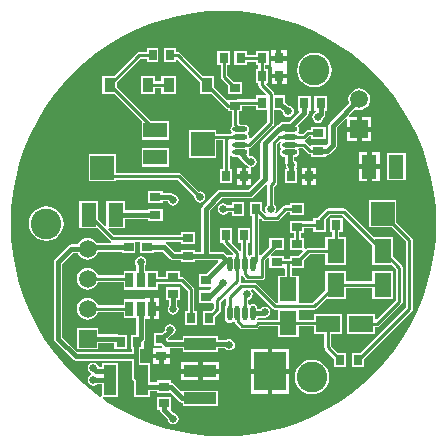
<source format=gtl>
%FSLAX25Y25*%
%MOIN*%
G70*
G01*
G75*
G04 Layer_Physical_Order=1*
G04 Layer_Color=255*
%ADD10R,0.05118X0.07874*%
%ADD11R,0.07874X0.07874*%
%ADD12R,0.07874X0.05118*%
%ADD13R,0.07874X0.07874*%
%ADD14R,0.02756X0.03543*%
%ADD15R,0.03583X0.04803*%
%ADD16R,0.03150X0.03543*%
%ADD17R,0.03543X0.02756*%
%ADD18O,0.05118X0.01772*%
%ADD19O,0.01772X0.05118*%
%ADD20R,0.05709X0.08071*%
%ADD21R,0.08071X0.05709*%
%ADD22R,0.03347X0.02756*%
%ADD23R,0.02756X0.05118*%
%ADD24R,0.03543X0.03150*%
%ADD25R,0.04331X0.10236*%
%ADD26R,0.10630X0.03937*%
%ADD27R,0.10630X0.12992*%
%ADD28C,0.01600*%
%ADD29C,0.01000*%
%ADD30R,0.05906X0.05906*%
%ADD31C,0.05906*%
%ADD32C,0.02500*%
%ADD33C,0.10236*%
G36*
X5059Y70731D02*
X10092Y70189D01*
X15073Y69291D01*
X19978Y68039D01*
X24781Y66440D01*
X29458Y64503D01*
X33984Y62237D01*
X38337Y59654D01*
X42496Y56767D01*
X46437Y53591D01*
X50142Y50142D01*
X53591Y46437D01*
X56767Y42496D01*
X59654Y38337D01*
X62237Y33984D01*
X64503Y29458D01*
X66440Y24781D01*
X68039Y19978D01*
X69291Y15073D01*
X70189Y10092D01*
X70731Y5059D01*
X70911Y0D01*
X70731Y-5059D01*
X70189Y-10092D01*
X69291Y-15073D01*
X68039Y-19978D01*
X66440Y-24781D01*
X64503Y-29458D01*
X62237Y-33984D01*
X59654Y-38337D01*
X56767Y-42496D01*
X53591Y-46437D01*
X50142Y-50142D01*
X46437Y-53591D01*
X42496Y-56767D01*
X38337Y-59654D01*
X33984Y-62237D01*
X29458Y-64503D01*
X24781Y-66440D01*
X19978Y-68039D01*
X15073Y-69291D01*
X10092Y-70189D01*
X5059Y-70731D01*
X0Y-70911D01*
X-5059Y-70731D01*
X-10092Y-70189D01*
X-15073Y-69291D01*
X-19978Y-68039D01*
X-24781Y-66440D01*
X-29458Y-64503D01*
X-33984Y-62237D01*
X-38337Y-59654D01*
X-40201Y-58361D01*
X-40052Y-57884D01*
X-35030D01*
Y-46447D01*
X-40561D01*
Y-47785D01*
X-41509D01*
X-41564Y-47506D01*
X-41973Y-46895D01*
X-42585Y-46486D01*
X-43307Y-46342D01*
X-44029Y-46486D01*
X-44641Y-46895D01*
X-45050Y-47506D01*
X-45193Y-48228D01*
X-45050Y-48950D01*
X-44641Y-49562D01*
X-44065Y-49947D01*
Y-50447D01*
X-44641Y-50832D01*
X-45050Y-51443D01*
X-45193Y-52165D01*
X-45050Y-52887D01*
X-44641Y-53499D01*
X-44029Y-53908D01*
X-43307Y-54052D01*
X-42585Y-53908D01*
X-42114Y-53593D01*
X-40561D01*
Y-57572D01*
X-41004Y-57803D01*
X-42496Y-56767D01*
X-46437Y-53591D01*
X-50142Y-50142D01*
X-53591Y-46437D01*
X-56767Y-42496D01*
X-59654Y-38337D01*
X-62237Y-33984D01*
X-64503Y-29458D01*
X-66440Y-24781D01*
X-68039Y-19978D01*
X-69291Y-15073D01*
X-70189Y-10092D01*
X-70731Y-5059D01*
X-70911Y0D01*
X-70731Y5059D01*
X-70189Y10092D01*
X-69291Y15073D01*
X-68039Y19978D01*
X-66440Y24781D01*
X-64503Y29458D01*
X-62237Y33984D01*
X-59654Y38337D01*
X-56767Y42496D01*
X-53591Y46437D01*
X-50142Y50142D01*
X-46437Y53591D01*
X-42496Y56767D01*
X-38337Y59654D01*
X-33984Y62237D01*
X-29458Y64503D01*
X-24781Y66440D01*
X-19978Y68039D01*
X-15073Y69291D01*
X-10092Y70189D01*
X-5059Y70731D01*
X0Y70911D01*
X5059Y70731D01*
D02*
G37*
%LPC*%
G36*
X-14361Y-21250D02*
X-19104D01*
Y-25600D01*
X-18160D01*
Y-27350D01*
X-18475Y-27821D01*
X-18619Y-28543D01*
X-18475Y-29265D01*
X-18066Y-29877D01*
X-17454Y-30286D01*
X-16732Y-30430D01*
X-16011Y-30286D01*
X-15398Y-29877D01*
X-14990Y-29265D01*
X-14846Y-28543D01*
X-14990Y-27821D01*
X-15305Y-27350D01*
Y-25600D01*
X-14361D01*
Y-21250D01*
D02*
G37*
G36*
X-21441Y-24787D02*
X-23019D01*
Y-27547D01*
X-21441D01*
Y-24787D01*
D02*
G37*
G36*
X-27559Y-10909D02*
X-28281Y-11053D01*
X-28893Y-11462D01*
X-29302Y-12073D01*
X-29445Y-12795D01*
X-29302Y-13517D01*
X-28986Y-13989D01*
Y-15739D01*
X-33277D01*
Y-17264D01*
X-41895D01*
X-42172Y-16594D01*
X-42742Y-15852D01*
X-43484Y-15282D01*
X-44348Y-14924D01*
X-45276Y-14802D01*
X-46203Y-14924D01*
X-47067Y-15282D01*
X-47809Y-15852D01*
X-48379Y-16594D01*
X-48737Y-17458D01*
X-48859Y-18386D01*
X-48737Y-19313D01*
X-48379Y-20177D01*
X-47809Y-20920D01*
X-47067Y-21489D01*
X-46203Y-21847D01*
X-45276Y-21969D01*
X-44348Y-21847D01*
X-43484Y-21489D01*
X-42742Y-20920D01*
X-42172Y-20177D01*
X-41895Y-19507D01*
X-33277D01*
Y-22057D01*
X-21841D01*
Y-20019D01*
X-19104D01*
Y-20088D01*
X-14361D01*
Y-20088D01*
X-14175Y-20088D01*
X-11948Y-22315D01*
Y-29124D01*
X-12805D01*
Y-33868D01*
X-8849D01*
Y-29124D01*
X-9705D01*
Y-21850D01*
X-9705Y-21850D01*
X-9791Y-21421D01*
X-10034Y-21057D01*
X-10034Y-21057D01*
X-12987Y-18105D01*
X-13350Y-17862D01*
X-13780Y-17776D01*
X-13780Y-17776D01*
X-14361D01*
Y-15739D01*
X-19104D01*
Y-17776D01*
X-21841D01*
Y-15739D01*
X-26132D01*
Y-13989D01*
X-25816Y-13517D01*
X-25673Y-12795D01*
X-25816Y-12073D01*
X-26225Y-11462D01*
X-26837Y-11053D01*
X-27559Y-10909D01*
D02*
G37*
G36*
X-17717Y-33547D02*
X-18438Y-33690D01*
X-19050Y-34099D01*
X-19459Y-34711D01*
X-19603Y-35433D01*
X-19592Y-35487D01*
X-20513Y-36408D01*
X-23041D01*
Y-40758D01*
X-20538D01*
X-20391Y-40978D01*
X-20432Y-41386D01*
X-20632Y-41520D01*
X-23441D01*
Y-43295D01*
X-17898D01*
Y-41585D01*
X-13592D01*
Y-42726D01*
X-1762D01*
Y-41585D01*
X566D01*
X635Y-41688D01*
X1247Y-42097D01*
X1969Y-42241D01*
X2690Y-42097D01*
X3302Y-41688D01*
X3711Y-41076D01*
X3855Y-40354D01*
X3711Y-39632D01*
X3302Y-39021D01*
X2690Y-38612D01*
X1969Y-38468D01*
X1247Y-38612D01*
X1070Y-38730D01*
X-1762D01*
Y-37589D01*
X-13592D01*
Y-38730D01*
X-18298D01*
Y-38230D01*
X-17305Y-37238D01*
X-16995Y-37176D01*
X-16383Y-36767D01*
X-15974Y-36155D01*
X-15830Y-35433D01*
X-15974Y-34711D01*
X-16383Y-34099D01*
X-16995Y-33690D01*
X-17717Y-33547D01*
D02*
G37*
G36*
X-41723Y-34833D02*
X-48828D01*
Y-41939D01*
X-41723D01*
Y-39813D01*
X-36427D01*
Y-41742D01*
X-32077D01*
Y-36998D01*
X-35035D01*
X-35236Y-36958D01*
X-35236Y-36958D01*
X-41723D01*
Y-34833D01*
D02*
G37*
G36*
X-21441Y-29147D02*
X-23019D01*
Y-31905D01*
X-21441D01*
Y-29147D01*
D02*
G37*
G36*
X6090Y14948D02*
X4512D01*
Y12976D01*
X6090D01*
Y14948D01*
D02*
G37*
G36*
X9268D02*
X7690D01*
Y12976D01*
X9268D01*
Y14948D01*
D02*
G37*
G36*
X27743D02*
X26165D01*
Y12976D01*
X27743D01*
Y14948D01*
D02*
G37*
G36*
X-59055Y5768D02*
X-60548Y5571D01*
X-61939Y4995D01*
X-63133Y4078D01*
X-64050Y2884D01*
X-64626Y1493D01*
X-64823Y0D01*
X-64626Y-1493D01*
X-64050Y-2884D01*
X-63133Y-4078D01*
X-61939Y-4995D01*
X-60548Y-5571D01*
X-59055Y-5768D01*
X-57562Y-5571D01*
X-56171Y-4995D01*
X-54977Y-4078D01*
X-54060Y-2884D01*
X-53484Y-1493D01*
X-53288Y0D01*
X-53484Y1493D01*
X-54060Y2884D01*
X-54977Y4078D01*
X-56171Y4995D01*
X-57562Y5571D01*
X-59055Y5768D01*
D02*
G37*
G36*
X-20266Y10836D02*
X-25009D01*
Y6880D01*
X-20266D01*
Y7431D01*
X-18530D01*
X-18475Y7152D01*
X-18066Y6540D01*
X-17454Y6131D01*
X-16732Y5988D01*
X-16011Y6131D01*
X-15398Y6540D01*
X-14990Y7152D01*
X-14846Y7874D01*
X-14990Y8596D01*
X-15398Y9208D01*
X-16011Y9617D01*
X-16567Y9727D01*
X-16707Y9868D01*
X-17170Y10177D01*
X-17717Y10286D01*
X-17717Y10286D01*
X-20266D01*
Y10836D01*
D02*
G37*
G36*
X-35817Y23238D02*
X-44891D01*
Y14164D01*
X-35817D01*
Y14627D01*
X-15228D01*
X-9710Y9109D01*
X-9760Y8858D01*
X-9617Y8136D01*
X-9208Y7525D01*
X-8596Y7116D01*
X-7874Y6972D01*
X-7152Y7116D01*
X-6540Y7525D01*
X-6131Y8136D01*
X-5988Y8858D01*
X-6131Y9580D01*
X-6540Y10192D01*
X-7152Y10601D01*
X-7874Y10745D01*
X-8124Y10695D01*
X-13971Y16541D01*
X-14335Y16784D01*
X-14764Y16870D01*
X-14764Y16870D01*
X-35817D01*
Y23238D01*
D02*
G37*
G36*
X-17898Y-44894D02*
X-19869D01*
Y-46669D01*
X-17898D01*
Y-44894D01*
D02*
G37*
G36*
X21866Y-50013D02*
X16351D01*
Y-56709D01*
X21866D01*
Y-50013D01*
D02*
G37*
G36*
X-8477D02*
X-13992D01*
Y-52181D01*
X-8477D01*
Y-50013D01*
D02*
G37*
G36*
X-1362D02*
X-6877D01*
Y-52181D01*
X-1362D01*
Y-50013D01*
D02*
G37*
G36*
X-17313Y-57668D02*
X-22057D01*
Y-62017D01*
X-21111D01*
X-21004Y-62554D01*
X-20694Y-63017D01*
X-18586Y-65126D01*
X-18475Y-65683D01*
X-18066Y-66294D01*
X-17454Y-66703D01*
X-16732Y-66847D01*
X-16011Y-66703D01*
X-15398Y-66294D01*
X-14990Y-65683D01*
X-14846Y-64961D01*
X-14990Y-64239D01*
X-15398Y-63627D01*
X-16011Y-63218D01*
X-16567Y-63107D01*
X-17414Y-62260D01*
X-17313Y-62017D01*
X-17313D01*
X-17313Y-62017D01*
Y-57668D01*
D02*
G37*
G36*
X29528Y-45376D02*
X28035Y-45572D01*
X26644Y-46148D01*
X25449Y-47065D01*
X24533Y-48259D01*
X23957Y-49650D01*
X23760Y-51143D01*
X23957Y-52636D01*
X24533Y-54027D01*
X25449Y-55221D01*
X26644Y-56138D01*
X28035Y-56714D01*
X29528Y-56911D01*
X31020Y-56714D01*
X32411Y-56138D01*
X33606Y-55221D01*
X34522Y-54027D01*
X35098Y-52636D01*
X35295Y-51143D01*
X35098Y-49650D01*
X34522Y-48259D01*
X33606Y-47065D01*
X32411Y-46148D01*
X31020Y-45572D01*
X29528Y-45376D01*
D02*
G37*
G36*
X14751Y-50013D02*
X9236D01*
Y-56709D01*
X14751D01*
Y-50013D01*
D02*
G37*
G36*
X21866Y-41717D02*
X16351D01*
Y-48413D01*
X21866D01*
Y-41717D01*
D02*
G37*
G36*
X57687Y7792D02*
X48613D01*
Y-1282D01*
X56100D01*
X60886Y-6068D01*
Y-27850D01*
X45652Y-43085D01*
X42888D01*
Y-47828D01*
X46844D01*
Y-45065D01*
X62801Y-29108D01*
X62801Y-29108D01*
X63044Y-28744D01*
X63129Y-28315D01*
Y-5604D01*
X63129Y-5604D01*
X63044Y-5174D01*
X62801Y-4811D01*
X62801Y-4811D01*
X57687Y304D01*
Y7792D01*
D02*
G37*
G36*
X-21469Y-44894D02*
X-23441D01*
Y-46669D01*
X-21469D01*
Y-44894D01*
D02*
G37*
G36*
X-8477Y-46244D02*
X-13992D01*
Y-48413D01*
X-8477D01*
Y-46244D01*
D02*
G37*
G36*
X-1362D02*
X-6877D01*
Y-48413D01*
X-1362D01*
Y-46244D01*
D02*
G37*
G36*
X14751Y-41717D02*
X9236D01*
Y-48413D01*
X14751D01*
Y-41717D01*
D02*
G37*
G36*
X-15739Y58474D02*
X-19694D01*
Y53731D01*
X-15739D01*
Y54385D01*
X-15277Y54576D01*
X-7765Y47065D01*
Y43258D01*
X-3959D01*
X723Y38577D01*
X723Y38577D01*
X1087Y38334D01*
X1516Y38249D01*
X1565D01*
Y37392D01*
X2815D01*
Y32972D01*
X2815Y32972D01*
X2898Y32556D01*
X2767Y32469D01*
X2439Y31977D01*
X2324Y31398D01*
X2439Y30818D01*
X2717Y30401D01*
X2482Y29960D01*
X1526D01*
X1526Y29960D01*
X1526Y29960D01*
X-2353D01*
Y31112D01*
X-11427D01*
Y22038D01*
X-2353D01*
Y27717D01*
X-137D01*
Y18120D01*
X-994D01*
Y13376D01*
X2962D01*
Y18120D01*
X2106D01*
Y22778D01*
X2584Y22923D01*
X2767Y22649D01*
X3259Y22321D01*
X3839Y22206D01*
X5008D01*
X7357Y19857D01*
X7357Y19857D01*
X7634Y19671D01*
X7742Y19600D01*
X7918Y19335D01*
X8423Y18998D01*
X8278Y18520D01*
X7690D01*
Y16548D01*
X9268D01*
Y18520D01*
X9268D01*
X9252Y18535D01*
Y18783D01*
X9974Y18927D01*
X10586Y19335D01*
X10995Y19948D01*
X11138Y20669D01*
X10995Y21391D01*
X10586Y22003D01*
X9974Y22412D01*
X9252Y22556D01*
X8788Y22463D01*
X8395Y22856D01*
X8585Y23141D01*
X8700Y23720D01*
X8585Y24300D01*
X8437Y24522D01*
X8563Y25158D01*
X8992Y25243D01*
X9356Y25486D01*
X16541Y32671D01*
X16541Y32671D01*
X16784Y33035D01*
X16870Y33465D01*
X16870Y33465D01*
Y37983D01*
X19054D01*
X19800Y37236D01*
X19911Y36680D01*
X20320Y36068D01*
X20932Y35659D01*
X21654Y35515D01*
X22375Y35659D01*
X22987Y36068D01*
X23396Y36680D01*
X23540Y37402D01*
X23396Y38123D01*
X22987Y38735D01*
X22375Y39144D01*
X21819Y39255D01*
X20679Y40395D01*
Y42726D01*
X16870D01*
Y43307D01*
X16784Y43736D01*
X16541Y44100D01*
X16541Y44100D01*
X14262Y46379D01*
X14454Y46841D01*
X14773D01*
Y51584D01*
X13917D01*
Y52746D01*
X15167D01*
Y57490D01*
X10817D01*
Y56240D01*
X7884D01*
Y57490D01*
X3534D01*
Y52746D01*
X7884D01*
Y53997D01*
X10817D01*
Y52746D01*
X11674D01*
Y51584D01*
X10817D01*
Y46841D01*
X11674D01*
Y46260D01*
X11674Y46260D01*
X11759Y45831D01*
X12002Y45467D01*
X14281Y43188D01*
X14090Y42726D01*
X10817D01*
Y41476D01*
X4921D01*
X4921Y41476D01*
X4492Y41390D01*
X4428Y41348D01*
X1565D01*
X1565Y41348D01*
Y41348D01*
X1253Y41219D01*
X-2983Y45455D01*
Y49261D01*
X-6790D01*
X-14424Y56895D01*
X-14787Y57139D01*
X-15216Y57224D01*
X-15217Y57224D01*
X-15739D01*
Y58474D01*
D02*
G37*
G36*
X2372Y57490D02*
X-1978D01*
Y52746D01*
X-925D01*
Y49016D01*
X-925Y49016D01*
X-839Y48587D01*
X-596Y48223D01*
X1565Y46061D01*
Y43298D01*
X6309D01*
Y47254D01*
X3545D01*
X1318Y49480D01*
Y52746D01*
X2372D01*
Y57490D01*
D02*
G37*
G36*
X30315Y56949D02*
X28822Y56752D01*
X27431Y56176D01*
X26237Y55259D01*
X25320Y54065D01*
X24744Y52674D01*
X24547Y51181D01*
X24744Y49688D01*
X25320Y48297D01*
X26237Y47103D01*
X27431Y46186D01*
X28822Y45610D01*
X30315Y45414D01*
X31808Y45610D01*
X33199Y46186D01*
X34393Y47103D01*
X35310Y48297D01*
X35886Y49688D01*
X36082Y51181D01*
X35886Y52674D01*
X35310Y54065D01*
X34393Y55259D01*
X33199Y56176D01*
X31808Y56752D01*
X30315Y56949D01*
D02*
G37*
G36*
X34655Y42424D02*
X30305D01*
Y37681D01*
X30763D01*
X30812Y37183D01*
X30774Y37176D01*
X30162Y36767D01*
X29753Y36155D01*
X29610Y35433D01*
X29753Y34711D01*
X30162Y34099D01*
X30774Y33690D01*
X31496Y33547D01*
X32218Y33690D01*
X32830Y34099D01*
X33239Y34711D01*
X33349Y35268D01*
X33490Y35408D01*
X33799Y35871D01*
X33908Y36417D01*
X33908Y36417D01*
Y37681D01*
X34655D01*
Y42424D01*
D02*
G37*
G36*
X49228Y30696D02*
X46076D01*
Y27543D01*
X49228D01*
Y30696D01*
D02*
G37*
G36*
X45276Y45079D02*
X44348Y44957D01*
X43484Y44599D01*
X42742Y44030D01*
X42172Y43288D01*
X41814Y42423D01*
X41692Y41496D01*
X41814Y40569D01*
X41965Y40204D01*
X35408Y33647D01*
X35099Y33184D01*
X34990Y32638D01*
X34990Y32638D01*
Y26884D01*
X34294Y26188D01*
X34064Y26283D01*
Y26283D01*
X34064Y26282D01*
X29321D01*
Y26068D01*
X28859Y25876D01*
X27663Y27073D01*
X27309Y27309D01*
Y27809D01*
X27663Y28045D01*
X28706Y29089D01*
X29321D01*
Y28232D01*
X34064D01*
Y32188D01*
X29321D01*
Y31332D01*
X28242D01*
X28242Y31332D01*
X27812Y31246D01*
X27448Y31003D01*
X26406Y29960D01*
X25077D01*
X24842Y30401D01*
X25120Y30818D01*
X25235Y31398D01*
X25120Y31977D01*
X24792Y32469D01*
X24779Y32602D01*
X27978Y35802D01*
X27978Y35802D01*
X28287Y36265D01*
X28396Y36811D01*
Y37681D01*
X29143D01*
Y42424D01*
X24794D01*
Y37681D01*
X25166D01*
X25358Y37219D01*
X22047Y33908D01*
X19882D01*
X19882Y33908D01*
X19336Y33799D01*
X18872Y33490D01*
X18872Y33490D01*
X18158Y32775D01*
X17862Y32716D01*
X17399Y32407D01*
X17399Y32407D01*
X12770Y27778D01*
X12461Y27315D01*
X12352Y26768D01*
X12352Y26768D01*
Y15355D01*
X8267Y11270D01*
X-984D01*
X-984Y11270D01*
X-1531Y11161D01*
X-1994Y10852D01*
X-1994Y10852D01*
X-6915Y5931D01*
X-7224Y5468D01*
X-7333Y4921D01*
X-7333Y4921D01*
Y-9399D01*
X-9439D01*
Y-8849D01*
X-14183D01*
Y-9399D01*
X-16141D01*
X-18676Y-6865D01*
X-19139Y-6555D01*
X-19214Y-6540D01*
X-19164Y-6043D01*
X-14183D01*
Y-6899D01*
X-9439D01*
Y-2943D01*
X-14183D01*
Y-3800D01*
X-36543D01*
X-38297Y-2046D01*
X-38105Y-1584D01*
X-32668D01*
Y1525D01*
X-25009D01*
Y975D01*
X-20266D01*
Y4931D01*
X-25009D01*
Y4380D01*
X-32668D01*
Y7490D01*
X-38986D01*
Y-704D01*
X-39448Y-895D01*
X-41723Y1380D01*
Y7490D01*
X-48041D01*
Y-1584D01*
X-41931D01*
X-37801Y-5714D01*
X-37801Y-5714D01*
X-37437Y-5957D01*
X-37534Y-6447D01*
X-42285D01*
X-42742Y-5852D01*
X-43484Y-5283D01*
X-44348Y-4924D01*
X-45276Y-4802D01*
X-46203Y-4924D01*
X-47067Y-5283D01*
X-47809Y-5852D01*
X-48379Y-6594D01*
X-48530Y-6958D01*
X-50709D01*
X-51255Y-7067D01*
X-51440Y-7191D01*
X-51718Y-7377D01*
X-51718Y-7377D01*
X-56128Y-11786D01*
X-56437Y-12249D01*
X-56546Y-12795D01*
X-56546Y-12795D01*
Y-38386D01*
X-56546Y-38386D01*
X-56437Y-38932D01*
X-56128Y-39395D01*
X-50250Y-45272D01*
X-50250Y-45272D01*
X-49787Y-45582D01*
X-49241Y-45690D01*
X-49241Y-45690D01*
X-36967D01*
X-36825Y-45719D01*
X-30562D01*
Y-51181D01*
X-30562Y-51181D01*
X-30453Y-51727D01*
X-30143Y-52190D01*
X-29931Y-52403D01*
Y-57884D01*
X-24400D01*
Y-55758D01*
X-22057D01*
Y-56506D01*
X-17462D01*
X-14691Y-59277D01*
X-14691Y-59277D01*
X-14413Y-59462D01*
X-14227Y-59587D01*
X-13681Y-59695D01*
X-13592D01*
Y-60836D01*
X-1762D01*
Y-55699D01*
X-13592D01*
X-13592Y-55699D01*
Y-55699D01*
X-14044Y-55886D01*
X-16609Y-53321D01*
X-17072Y-53012D01*
X-17313Y-52964D01*
Y-52156D01*
X-22057D01*
Y-52903D01*
X-24400D01*
Y-46447D01*
X-27707D01*
Y-44291D01*
Y-41742D01*
X-26565D01*
Y-39214D01*
X-26550Y-39198D01*
X-26550Y-39198D01*
X-26240Y-38735D01*
X-26132Y-38189D01*
X-26132Y-38189D01*
Y-31905D01*
X-24619D01*
Y-28346D01*
Y-24787D01*
X-26197D01*
Y-25187D01*
X-33277D01*
Y-27264D01*
X-41895D01*
X-42172Y-26594D01*
X-42742Y-25852D01*
X-43484Y-25282D01*
X-44348Y-24925D01*
X-45276Y-24802D01*
X-46203Y-24925D01*
X-47067Y-25282D01*
X-47809Y-25852D01*
X-48379Y-26594D01*
X-48737Y-27458D01*
X-48859Y-28386D01*
X-48737Y-29313D01*
X-48379Y-30178D01*
X-47809Y-30920D01*
X-47067Y-31489D01*
X-46203Y-31847D01*
X-45276Y-31969D01*
X-44348Y-31847D01*
X-43484Y-31489D01*
X-42742Y-30920D01*
X-42172Y-30178D01*
X-41895Y-29507D01*
X-33277D01*
Y-31506D01*
X-28986D01*
Y-36998D01*
X-30915D01*
Y-41742D01*
X-30562D01*
Y-42864D01*
X-36711D01*
X-36853Y-42836D01*
X-36853Y-42836D01*
X-48650D01*
X-53691Y-37795D01*
Y-13386D01*
X-50117Y-9813D01*
X-48530D01*
X-48379Y-10177D01*
X-47809Y-10920D01*
X-47067Y-11489D01*
X-46203Y-11847D01*
X-45276Y-11969D01*
X-44348Y-11847D01*
X-43484Y-11489D01*
X-42742Y-10920D01*
X-42172Y-10177D01*
X-41814Y-9313D01*
X-41813Y-9301D01*
X-33868D01*
Y-9852D01*
X-29321D01*
Y-6043D01*
X-27765D01*
Y-9852D01*
X-23219D01*
Y-9301D01*
X-20276D01*
X-17742Y-11836D01*
X-17742Y-11836D01*
X-17278Y-12145D01*
X-16732Y-12254D01*
X-14183D01*
Y-12805D01*
X-9439D01*
Y-12254D01*
X-1934D01*
X-1743Y-12716D01*
X-5749Y-16723D01*
X-8277D01*
Y-21072D01*
X-4256D01*
X-4065Y-21534D01*
X-4765Y-22235D01*
X-8277D01*
Y-26584D01*
X-3534D01*
Y-26584D01*
X-3444D01*
X-3090Y-26938D01*
Y-28079D01*
X-4136Y-29124D01*
X-6899D01*
Y-33868D01*
X-2943D01*
Y-31104D01*
X-1175Y-29336D01*
X-1175Y-29336D01*
X-932Y-28973D01*
X-847Y-28543D01*
X-847Y-28543D01*
Y-26055D01*
X483Y-24725D01*
X945Y-24916D01*
Y-27252D01*
X667Y-27668D01*
X552Y-28248D01*
Y-31594D01*
X667Y-32174D01*
X996Y-32666D01*
X1487Y-32994D01*
X2067Y-33109D01*
X2647Y-32994D01*
X3138Y-32666D01*
X3555D01*
X3716Y-32773D01*
X3763Y-33012D01*
X4006Y-33376D01*
X5404Y-34773D01*
X5768Y-35017D01*
X6197Y-35102D01*
X6197Y-35102D01*
X10732D01*
X10732Y-35102D01*
X11162Y-35017D01*
X11525Y-34773D01*
X12008Y-34291D01*
X18199D01*
Y-37805D01*
X25108D01*
Y-34291D01*
X30109D01*
Y-36919D01*
X33623D01*
Y-41240D01*
X33623Y-41240D01*
X33708Y-41669D01*
X33951Y-42033D01*
X36983Y-45065D01*
Y-47828D01*
X40939D01*
Y-43085D01*
X38175D01*
X35866Y-40776D01*
Y-36919D01*
X39380D01*
Y-30010D01*
X30109D01*
Y-32048D01*
X25108D01*
Y-28681D01*
X30217D01*
X30217Y-28681D01*
X30646Y-28595D01*
X31010Y-28352D01*
X34352Y-25010D01*
X40856D01*
Y-21496D01*
X49695D01*
Y-25009D01*
X56604D01*
Y-15739D01*
X49695D01*
Y-19252D01*
X40856D01*
Y-15739D01*
X33947D01*
Y-22242D01*
X29752Y-26438D01*
X25108D01*
Y-17313D01*
X22775D01*
Y-14773D01*
X26978D01*
Y-12010D01*
X28713Y-10275D01*
X33947D01*
Y-13789D01*
X40856D01*
Y-4518D01*
X38523D01*
Y-2775D01*
X39783D01*
Y1969D01*
X35433D01*
Y-2775D01*
X36280D01*
Y-4518D01*
X33947D01*
Y-8032D01*
X28248D01*
X27819Y-8117D01*
X27455Y-8360D01*
X26978Y-8042D01*
Y-4912D01*
X25728D01*
Y-2962D01*
X26978D01*
Y-1525D01*
X29921D01*
Y-2775D01*
X34271D01*
Y1671D01*
X35415Y2816D01*
X39595D01*
X49695Y-7285D01*
Y-13789D01*
X56199D01*
X57520Y-15110D01*
Y-25539D01*
X51062Y-31998D01*
X50600Y-31806D01*
Y-30010D01*
X41329D01*
Y-36919D01*
X50600D01*
Y-34586D01*
X51181D01*
X51181Y-34586D01*
X51610Y-34501D01*
X51974Y-34258D01*
X59435Y-26797D01*
X59435Y-26797D01*
X59678Y-26433D01*
X59763Y-26004D01*
X59763Y-26004D01*
Y-14646D01*
X59678Y-14217D01*
X59435Y-13853D01*
X59435Y-13853D01*
X56604Y-11022D01*
Y-4518D01*
X50100D01*
X40852Y4730D01*
X40488Y4973D01*
X40059Y5059D01*
X40059Y5059D01*
X34950D01*
X34950Y5059D01*
X34521Y4973D01*
X34157Y4730D01*
X31396Y1969D01*
X29921D01*
Y718D01*
X26978D01*
Y994D01*
X22235D01*
Y-2962D01*
X23485D01*
Y-4912D01*
X22235D01*
Y-8868D01*
X26294D01*
X26486Y-9330D01*
X24998Y-10817D01*
X22235D01*
Y-11674D01*
X20088D01*
Y-10817D01*
X16028D01*
X15837Y-10355D01*
X17325Y-8868D01*
X20088D01*
Y-4912D01*
X15345D01*
Y-7675D01*
X12379Y-10641D01*
X11917Y-10450D01*
Y1592D01*
X12379Y1783D01*
X12987Y1175D01*
X12987Y1175D01*
X13350Y932D01*
X13780Y847D01*
X13780Y847D01*
X17717D01*
X17717Y847D01*
X18146Y932D01*
X18510Y1175D01*
X21134Y3800D01*
X22235D01*
Y2943D01*
X26978D01*
Y6899D01*
X22235D01*
Y6043D01*
X20669D01*
X20240Y5957D01*
X19876Y5714D01*
X19876Y5714D01*
X17541Y3379D01*
X17154Y3696D01*
X17491Y4199D01*
X17634Y4921D01*
X17491Y5643D01*
X17082Y6255D01*
X16870Y6397D01*
Y12331D01*
X17525Y12987D01*
X17768Y13350D01*
X17854Y13780D01*
X17854Y13780D01*
Y26570D01*
X18844Y27560D01*
X19231Y27243D01*
X18974Y26859D01*
X18859Y26280D01*
X18974Y25700D01*
X19303Y25208D01*
Y24792D01*
X18974Y24300D01*
X18859Y23720D01*
X18974Y23141D01*
X19303Y22649D01*
X19794Y22321D01*
X20374Y22206D01*
X20620D01*
Y20276D01*
X20620Y20276D01*
X20729Y19729D01*
X20753Y19692D01*
X20752Y19685D01*
X20895Y18963D01*
X21164Y18561D01*
X20928Y18120D01*
X20660D01*
Y13376D01*
X24616D01*
Y18120D01*
X24347D01*
X24112Y18561D01*
X24381Y18963D01*
X24524Y19685D01*
X24381Y20407D01*
X23972Y21019D01*
X23475Y21351D01*
Y22206D01*
X23720D01*
X24300Y22321D01*
X24792Y22649D01*
X25120Y23141D01*
X25235Y23720D01*
X25120Y24300D01*
X24842Y24717D01*
X25077Y25158D01*
X26406D01*
X28052Y23512D01*
X28052Y23511D01*
X28416Y23268D01*
X28845Y23183D01*
X28845Y23183D01*
X29321D01*
Y22327D01*
X34064D01*
Y22524D01*
X34418Y22877D01*
X34429D01*
X34429Y22877D01*
Y22877D01*
X34976Y22986D01*
X35439Y23295D01*
X37427Y25283D01*
X37427Y25283D01*
X37736Y25746D01*
X37845Y26292D01*
X37845Y26292D01*
Y32046D01*
X40861Y35063D01*
X41323Y34871D01*
Y32296D01*
X44476D01*
Y35449D01*
X41900D01*
X41709Y35911D01*
X43984Y38186D01*
X44348Y38035D01*
X45276Y37913D01*
X46203Y38035D01*
X47067Y38393D01*
X47809Y38962D01*
X48379Y39704D01*
X48737Y40569D01*
X48859Y41496D01*
X48737Y42423D01*
X48379Y43288D01*
X47809Y44030D01*
X47067Y44599D01*
X46203Y44957D01*
X45276Y45079D01*
D02*
G37*
G36*
X49228Y35449D02*
X46076D01*
Y32296D01*
X49228D01*
Y35449D01*
D02*
G37*
G36*
X17704Y57890D02*
X15929D01*
Y55918D01*
X17704D01*
Y57890D01*
D02*
G37*
G36*
X21079D02*
X19304D01*
Y55918D01*
X21079D01*
Y57890D01*
D02*
G37*
G36*
X-21644Y58474D02*
X-25600D01*
Y57224D01*
X-28091D01*
X-28091Y57224D01*
X-28520Y57139D01*
X-28884Y56895D01*
X-28884Y56895D01*
X-36518Y49261D01*
X-40324D01*
Y43258D01*
X-36380D01*
X-27175Y34053D01*
Y27943D01*
X-18101D01*
Y34261D01*
X-24211D01*
X-35542Y45592D01*
Y47065D01*
X-27626Y54981D01*
X-25600D01*
Y53731D01*
X-21644D01*
Y58474D01*
D02*
G37*
G36*
X21079Y54318D02*
X15929D01*
Y52346D01*
X16323D01*
Y51984D01*
X16323D01*
Y50013D01*
X21079D01*
Y51984D01*
X21079D01*
X21079Y52346D01*
X21079Y52346D01*
Y52346D01*
Y54318D01*
D02*
G37*
G36*
X17901Y48413D02*
X16323D01*
Y46441D01*
X17901D01*
Y48413D01*
D02*
G37*
G36*
X21079D02*
X19501D01*
Y46441D01*
X21079D01*
Y48413D01*
D02*
G37*
G36*
X-15857Y49261D02*
X-20639D01*
Y47381D01*
X-22668D01*
Y49261D01*
X-27450D01*
Y43258D01*
X-22668D01*
Y45138D01*
X-20639D01*
Y43258D01*
X-15857D01*
Y49261D01*
D02*
G37*
G36*
X44476Y30696D02*
X41323D01*
Y27543D01*
X44476D01*
Y30696D01*
D02*
G37*
G36*
X60836Y23540D02*
X54518D01*
Y14466D01*
X60836D01*
Y23540D01*
D02*
G37*
G36*
X6090Y18520D02*
X4512D01*
Y16548D01*
X6090D01*
Y18520D01*
D02*
G37*
G36*
X27743D02*
X26165D01*
Y16548D01*
X27743D01*
Y18520D01*
D02*
G37*
G36*
X30921Y14948D02*
X29343D01*
Y12976D01*
X30921D01*
Y14948D01*
D02*
G37*
G36*
X47822Y18203D02*
X45063D01*
Y14066D01*
X47822D01*
Y18203D01*
D02*
G37*
G36*
X52181D02*
X49422D01*
Y14066D01*
X52181D01*
Y18203D01*
D02*
G37*
G36*
X30921Y18520D02*
X29343D01*
Y16548D01*
X30921D01*
Y18520D01*
D02*
G37*
G36*
X47822Y23940D02*
X45063D01*
Y19803D01*
X47822D01*
Y23940D01*
D02*
G37*
G36*
X52181D02*
X49422D01*
Y19803D01*
X52181D01*
Y23940D01*
D02*
G37*
G36*
X-18101Y25206D02*
X-27175D01*
Y18888D01*
X-18101D01*
Y25206D01*
D02*
G37*
%LPD*%
G36*
X16439Y-28352D02*
X16439Y-28352D01*
X16803Y-28595D01*
X17232Y-28681D01*
X18199D01*
Y-32048D01*
X11563D01*
X11360Y-31801D01*
X11574Y-31349D01*
X13386D01*
X13386Y-31349D01*
X13419Y-31342D01*
X13780Y-31414D01*
X14501Y-31270D01*
X15113Y-30861D01*
X15522Y-30249D01*
X15666Y-29528D01*
X15522Y-28806D01*
X15113Y-28194D01*
X14501Y-27785D01*
X13780Y-27641D01*
X13058Y-27785D01*
X12446Y-28194D01*
X12245Y-28494D01*
X11259D01*
Y-28248D01*
X11144Y-27668D01*
X10815Y-27177D01*
X10324Y-26848D01*
X9744Y-26733D01*
X9164Y-26848D01*
X8748Y-27127D01*
X8307Y-26891D01*
Y-25422D01*
X8596Y-25365D01*
X9208Y-24956D01*
X9617Y-24344D01*
X9760Y-23622D01*
X9617Y-22900D01*
X9262Y-22369D01*
X9498Y-21928D01*
X10015D01*
X16439Y-28352D01*
D02*
G37*
G36*
X15345Y-11501D02*
Y-14773D01*
X20088D01*
Y-14773D01*
X20178D01*
X20532Y-15127D01*
Y-17313D01*
X18199D01*
Y-26438D01*
X17697D01*
X11273Y-20013D01*
X10909Y-19770D01*
X10480Y-19685D01*
X10480Y-19685D01*
X6051D01*
X5948Y-19616D01*
X5687Y-19298D01*
X5748Y-18996D01*
X5748Y-18996D01*
Y-17521D01*
X6226Y-17375D01*
X6392Y-17624D01*
X7278Y-18510D01*
X7278Y-18510D01*
X7642Y-18753D01*
X8071Y-18838D01*
X8071Y-18838D01*
X12795D01*
X13225Y-18753D01*
X13588Y-18510D01*
X13832Y-18146D01*
X13917Y-17717D01*
Y-12276D01*
X14883Y-11310D01*
X15345Y-11501D01*
D02*
G37*
G36*
X10817Y37983D02*
X14627D01*
Y33929D01*
X9101Y28404D01*
X8660Y28640D01*
X8700Y28839D01*
X8585Y29418D01*
X8256Y29910D01*
Y30326D01*
X8585Y30818D01*
X8700Y31398D01*
X8585Y31977D01*
X8256Y32469D01*
X7765Y32797D01*
X7185Y32913D01*
X5583D01*
X5059Y33437D01*
Y37392D01*
X6309D01*
Y39233D01*
X10817D01*
Y37983D01*
D02*
G37*
G36*
X14656Y12945D02*
X14627Y12795D01*
X14627Y12795D01*
Y6397D01*
X14414Y6255D01*
X14005Y5643D01*
X13862Y4921D01*
X14005Y4199D01*
X14342Y3696D01*
X13955Y3379D01*
X12805Y4529D01*
Y7293D01*
X8849D01*
Y2550D01*
X9674D01*
Y-10212D01*
X9164Y-10313D01*
X8673Y-10641D01*
X8487D01*
X8133Y-10288D01*
Y-6309D01*
X8868D01*
Y-1565D01*
X4912D01*
Y-6309D01*
X5890D01*
Y-8682D01*
X5419Y-8997D01*
X5419Y-8997D01*
X2895Y-6472D01*
X2962Y-6309D01*
X2962D01*
X2962Y-6309D01*
Y-1565D01*
X-994D01*
Y-6309D01*
X-105D01*
X-52Y-6577D01*
X191Y-6941D01*
X3274Y-10024D01*
X3200Y-10518D01*
X3063Y-10592D01*
X2647Y-10313D01*
X2067Y-10198D01*
X1487Y-10313D01*
X1203Y-10503D01*
X517Y-9817D01*
X54Y-9508D01*
X-492Y-9399D01*
X-492Y-9399D01*
X-4478D01*
Y4330D01*
X-393Y8415D01*
X8858D01*
X8858Y8415D01*
X9404Y8524D01*
X9868Y8833D01*
X14215Y13181D01*
X14656Y12945D01*
D02*
G37*
%LPC*%
G36*
X6899Y7293D02*
X2943D01*
Y6043D01*
X1476D01*
X1334Y6255D01*
X722Y6664D01*
X0Y6808D01*
X-722Y6664D01*
X-1334Y6255D01*
X-1743Y5643D01*
X-1886Y4921D01*
X-1743Y4199D01*
X-1334Y3588D01*
X-722Y3179D01*
X0Y3035D01*
X722Y3179D01*
X1334Y3588D01*
X1476Y3800D01*
X2943D01*
Y2550D01*
X6899D01*
Y7293D01*
D02*
G37*
%LPD*%
D10*
X57677Y19003D02*
D03*
X48622D02*
D03*
X-44882Y2953D02*
D03*
X-35827D02*
D03*
D11*
X53150Y3255D02*
D03*
X-40354Y18701D02*
D03*
D12*
X-22638Y31102D02*
D03*
Y22047D02*
D03*
D13*
X-6890Y26575D02*
D03*
D14*
X-23622Y56102D02*
D03*
X-17717D02*
D03*
X12795Y49213D02*
D03*
X18701D02*
D03*
X18701Y40354D02*
D03*
X12795D02*
D03*
X22638Y15748D02*
D03*
X28543D02*
D03*
X984D02*
D03*
X6890D02*
D03*
X10827Y4921D02*
D03*
X4921D02*
D03*
X984Y-3937D02*
D03*
X6890D02*
D03*
X44866Y-45457D02*
D03*
X38961D02*
D03*
X-4921Y-31496D02*
D03*
X-10827D02*
D03*
D15*
X-37933Y46260D02*
D03*
X-25059D02*
D03*
X-5374D02*
D03*
X-18248D02*
D03*
D16*
X32480Y40053D02*
D03*
X26969D02*
D03*
X197Y55118D02*
D03*
X5709D02*
D03*
X12992D02*
D03*
X18504D02*
D03*
X37608Y-403D02*
D03*
X32096D02*
D03*
X-28740Y-39370D02*
D03*
X-34252D02*
D03*
D17*
X3937Y45276D02*
D03*
Y39370D02*
D03*
X31693Y30210D02*
D03*
Y24305D02*
D03*
X24606Y4921D02*
D03*
Y-984D02*
D03*
X17717Y-6890D02*
D03*
Y-12795D02*
D03*
X24606Y-12795D02*
D03*
Y-6890D02*
D03*
X-22638Y2953D02*
D03*
Y8858D02*
D03*
X-11811Y-10827D02*
D03*
Y-4921D02*
D03*
D18*
X5512Y31398D02*
D03*
Y28839D02*
D03*
Y26280D02*
D03*
Y23720D02*
D03*
X22047Y31398D02*
D03*
Y28839D02*
D03*
Y26280D02*
D03*
Y23720D02*
D03*
D19*
X2067Y-29921D02*
D03*
X4626D02*
D03*
X7185D02*
D03*
X9744D02*
D03*
X2067Y-13386D02*
D03*
X4626D02*
D03*
X7185D02*
D03*
X9744D02*
D03*
D20*
X53150Y-9154D02*
D03*
Y-20374D02*
D03*
X37402Y-20374D02*
D03*
Y-9154D02*
D03*
X21654Y-33169D02*
D03*
Y-21949D02*
D03*
D21*
X45965Y-33465D02*
D03*
X34744D02*
D03*
D22*
X-25492Y-7874D02*
D03*
X-31594D02*
D03*
D23*
X-23819Y-18898D02*
D03*
X-27559D02*
D03*
X-31299D02*
D03*
Y-28346D02*
D03*
X-27559D02*
D03*
X-23819D02*
D03*
D24*
X-5906Y-24409D02*
D03*
Y-18898D02*
D03*
X-16732Y-23425D02*
D03*
Y-17913D02*
D03*
X-19685Y-54331D02*
D03*
Y-59842D02*
D03*
X-20669Y-44094D02*
D03*
Y-38583D02*
D03*
D25*
X-27165Y-52165D02*
D03*
X-37795D02*
D03*
D26*
X-7677Y-40157D02*
D03*
Y-49213D02*
D03*
Y-58268D02*
D03*
D27*
X15551Y-49213D02*
D03*
D28*
X9055Y20866D02*
X9252Y20669D01*
X8366Y20866D02*
X9055D01*
X5512Y23720D02*
X8366Y20866D01*
X31496Y35433D02*
X32480Y36417D01*
Y40053D01*
X-37795Y-52165D02*
Y-49803D01*
X-38386Y-49213D02*
X-37795Y-49803D01*
X-42323Y-49213D02*
X-38386D01*
X-43307Y-48228D02*
X-42323Y-49213D01*
X-43307Y-52165D02*
X-38386D01*
X13386Y-29921D02*
X13780Y-29528D01*
X9744Y-29921D02*
X13386D01*
X-27559Y-12795D02*
X-27559Y-12795D01*
Y-18898D02*
Y-12795D01*
X-4921Y-24409D02*
X-197Y-19685D01*
X-5906Y-24409D02*
X-4921D01*
X-16732Y-28543D02*
Y-23425D01*
X-19685Y-62008D02*
X-16732Y-64961D01*
X-19685Y-62008D02*
Y-59842D01*
X1772Y-40157D02*
X1969Y-40354D01*
X-7677Y-40157D02*
X1772D01*
X-20669Y-38583D02*
X-19094Y-40157D01*
X-7677D01*
X-17717Y-35630D02*
Y-35433D01*
X-20669Y-38583D02*
X-17717Y-35630D01*
X-45276Y-38386D02*
X-35236D01*
X-34252Y-39370D01*
X-17717Y8858D02*
X-16732Y7874D01*
X-22638Y8858D02*
X-17717D01*
X-35827Y2953D02*
X-22638D01*
X22638Y19685D02*
X22638Y19685D01*
X22638Y15748D02*
Y19685D01*
X22047Y20276D02*
Y23720D01*
Y20276D02*
X22638Y19685D01*
X21654Y37402D02*
Y37402D01*
X18701Y40354D02*
X21654Y37402D01*
X31693Y24305D02*
X34429D01*
X36417Y26292D01*
Y32638D01*
X45276Y41496D01*
X18409Y31398D02*
X18799D01*
X13780Y26768D02*
X18409Y31398D01*
X13780Y14764D02*
Y26768D01*
X22638Y32480D02*
X26969Y36811D01*
Y40053D01*
X19882Y32480D02*
X22638D01*
X8858Y9843D02*
X13780Y14764D01*
X-16732Y-10827D02*
X-5906D01*
Y4921D01*
X-984Y9843D01*
X-19685Y-7874D02*
X-16732Y-10827D01*
X-25492Y-7874D02*
X-19685D01*
X18799Y31398D02*
X19882Y32480D01*
X-984Y9843D02*
X8858D01*
X-45276Y-8386D02*
X-44764Y-7874D01*
X-31594D01*
X-25492D02*
Y-7776D01*
X-492Y-10827D02*
X787Y-12106D01*
Y-12205D02*
Y-12106D01*
X-5906Y-18898D02*
X787Y-12205D01*
X-5906Y-10827D02*
X-492D01*
X-19685Y-54331D02*
X-17618D01*
X-13681Y-58268D01*
X-7677D01*
X-29134Y-44291D02*
Y-39764D01*
Y-51181D02*
Y-44291D01*
X-36825D02*
X-29134D01*
X-36853Y-44263D02*
X-36825Y-44291D01*
X-49241Y-44263D02*
X-36853D01*
X-55118Y-38386D02*
X-49241Y-44263D01*
X-55118Y-38386D02*
Y-12795D01*
X-50709Y-8386D01*
X-45276D01*
X-29134Y-51181D02*
X-25984Y-54331D01*
X-19685D01*
X-29134Y-39764D02*
X-28740Y-39370D01*
X-27559Y-38189D02*
Y-28346D01*
X-28740Y-39370D02*
X-27559Y-38189D01*
D29*
X22047Y26280D02*
X26870D01*
X28845Y24305D01*
X31693D01*
X22047Y28839D02*
X26870D01*
X28242Y30210D01*
X31693D01*
X-37933Y46260D02*
X-37795D01*
X-22638Y31102D01*
X-25059Y46260D02*
X-18248D01*
X-37933D02*
X-28091Y56102D01*
X-23622D01*
X1516Y39370D02*
X3937D01*
X-5374Y46260D02*
X1516Y39370D01*
X-15216Y56102D02*
X-5374Y46260D01*
X-17717Y56102D02*
X-15216D01*
X-17717D02*
X-17717Y56102D01*
X197Y49016D02*
X3937Y45276D01*
X197Y49016D02*
Y55118D01*
X5709D02*
X12992D01*
X12795Y54921D02*
X12992Y55118D01*
X12795Y48228D02*
Y54921D01*
X8563Y26280D02*
X15748Y33465D01*
Y43307D01*
X12795Y46260D02*
X15748Y43307D01*
X12795Y46260D02*
Y48228D01*
X3937Y32972D02*
X5512Y31398D01*
X3937Y32972D02*
Y39370D01*
X4921Y40354D01*
X12795D01*
X5512Y26280D02*
X8563D01*
X-4626Y28839D02*
X1526D01*
X984Y28297D02*
X1526Y28839D01*
X5512D01*
X984Y15748D02*
Y28297D01*
X-6890Y26575D02*
X-4626Y28839D01*
X-40354Y18701D02*
X-37402Y15748D01*
X-14764D01*
X-7874Y8858D01*
X0Y4921D02*
X0Y4921D01*
X4921D01*
X40059Y3937D02*
X53150Y-9154D01*
X34950Y3937D02*
X40059D01*
X10480Y-20807D02*
X17232Y-27559D01*
X5768Y-20807D02*
X10480D01*
X2067Y-24508D02*
X5768Y-20807D01*
X17232Y-27559D02*
X30217D01*
X37402Y-20374D01*
X24606Y-6890D02*
X24606Y-6890D01*
X24606Y-6890D02*
Y-984D01*
X25187Y-403D01*
X32096D01*
Y1083D01*
X34950Y3937D01*
X37402Y-609D02*
X37608Y-403D01*
X37402Y-9154D02*
Y-609D01*
X53150Y-9154D02*
X58642Y-14646D01*
Y-26004D02*
Y-14646D01*
X51181Y-33465D02*
X58642Y-26004D01*
X45965Y-33465D02*
X51181D01*
X37402Y-20374D02*
X53150D01*
X53150Y-20374D01*
Y3255D02*
X62008Y-5604D01*
Y-28315D02*
Y-5604D01*
X44866Y-45457D02*
X62008Y-28315D01*
X34744Y-41240D02*
X38961Y-45457D01*
X34744Y-41240D02*
Y-33465D01*
X34449Y-33169D02*
X34744Y-33465D01*
X21654Y-33169D02*
X34449D01*
X24606Y-12795D02*
X28248Y-9154D01*
X37402D01*
X21654Y-12795D02*
X24606D01*
X17717D02*
X21654D01*
Y-21949D02*
Y-12795D01*
X24606D02*
X24606Y-12795D01*
X8071Y-17717D02*
X12795D01*
X7185Y-16831D02*
X8071Y-17717D01*
X2067Y-29921D02*
Y-24508D01*
X-1969Y-25591D02*
X4626Y-18996D01*
X-1969Y-28543D02*
Y-25591D01*
X10827Y4921D02*
X13780Y1969D01*
X17717D01*
X20669Y4921D01*
X24606D01*
X18537Y28839D02*
X22047D01*
X16732Y27034D02*
X18537Y28839D01*
X16732Y13780D02*
Y27034D01*
X15748Y12795D02*
X16732Y13780D01*
X15748Y4921D02*
Y12795D01*
X7185Y-24311D02*
X7874Y-23622D01*
X7185Y-29921D02*
Y-24311D01*
X6197Y-33980D02*
X10732D01*
X4799Y-32583D02*
X6197Y-33980D01*
X4799Y-32583D02*
Y-30095D01*
X11543Y-33169D02*
X21654D01*
X10732Y-33980D02*
X11543Y-33169D01*
X12795Y-11811D02*
X17717Y-6890D01*
X12795Y-17717D02*
Y-11811D01*
X10795Y-12335D02*
Y4890D01*
X9744Y-13386D02*
X10795Y-12335D01*
Y4890D02*
X10827Y4921D01*
X4626Y-29921D02*
X4799Y-30095D01*
X7185Y-16831D02*
Y-13386D01*
X7012Y-13213D02*
X7185Y-13386D01*
X7012Y-13213D02*
Y-4059D01*
X6890Y-3937D02*
X7012Y-4059D01*
X-44882Y2953D02*
X-37008Y-4921D01*
X-10827D01*
X4626Y-13386D02*
Y-9790D01*
X984Y-6148D02*
X4626Y-9790D01*
X984Y-6148D02*
Y-3937D01*
X-23819Y-18898D02*
X-13780D01*
X-10827Y-21850D01*
Y-31496D02*
Y-21850D01*
X-4921Y-31496D02*
X-1969Y-28543D01*
X4626Y-18996D02*
Y-13386D01*
X-31339Y-28386D02*
X-31299Y-28346D01*
X-45276Y-28386D02*
X-31339D01*
X-31811Y-18386D02*
X-31299Y-18898D01*
X-45276Y-18386D02*
X-31811D01*
D30*
X-45276Y-38386D02*
D03*
X45276Y31496D02*
D03*
D31*
X-45276Y-28386D02*
D03*
Y-18386D02*
D03*
Y-8386D02*
D03*
X45276Y41496D02*
D03*
D32*
X9252Y20669D02*
D03*
X31496Y35433D02*
D03*
X-43307Y-52165D02*
D03*
Y-48228D02*
D03*
X13780Y-29528D02*
D03*
X-27559Y-12795D02*
D03*
X-197Y-19685D02*
D03*
X-16732Y-28543D02*
D03*
X-16732Y-64961D02*
D03*
X1969Y-40354D02*
D03*
X-17717Y-35433D02*
D03*
X-16732Y7874D02*
D03*
X22638Y19685D02*
D03*
X21654Y37402D02*
D03*
X-7874Y8858D02*
D03*
X0Y4921D02*
D03*
X15748D02*
D03*
X7874Y-23622D02*
D03*
D33*
X30315Y51181D02*
D03*
X29528Y-51143D02*
D03*
X-59055Y0D02*
D03*
M02*

</source>
